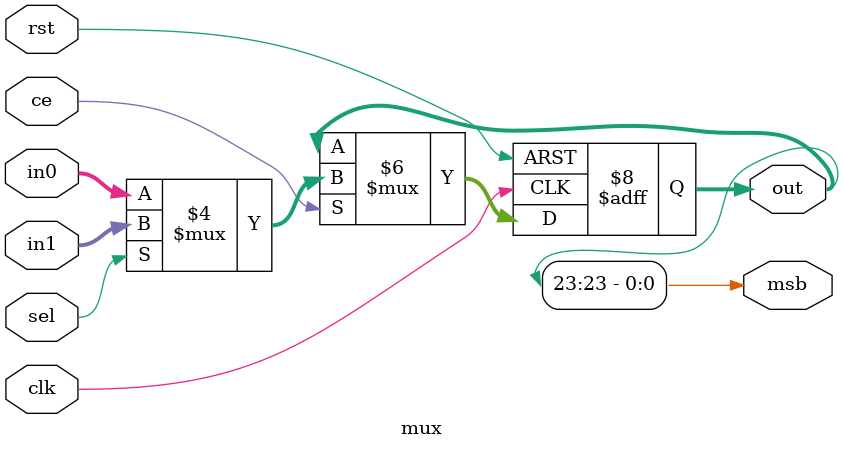
<source format=v>

module mux
#(
	parameter WIDTH =24
)
(
	input 	clk,
	input		rst,
	input	[WIDTH-1:0]	in0,
	input	[WIDTH-1:0]	in1,
	input					sel,
	input                    ce,	
	output reg [WIDTH-1:0]	out,
	output				msb
);
assign msb= out[WIDTH-1];
always @(posedge clk or negedge rst) begin
	if(!rst) begin
		out<=0;
	end
	else begin 
		if(ce) begin
			if(sel) begin	
				out<= in1;
			end	
			else begin
				out<=in0;
			end
		end
		
		
	end
end
endmodule

</source>
